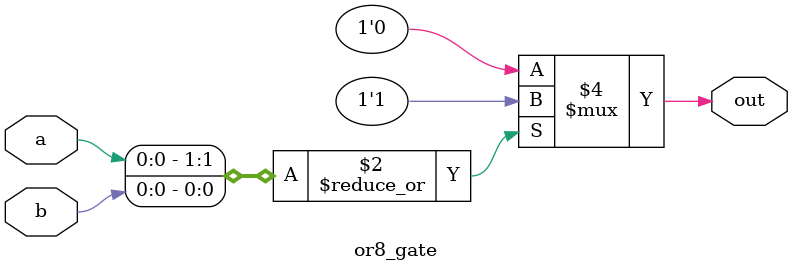
<source format=v>
module or8_gate (
  input a,
  input b,
  output reg out
);

    always @(*) begin
        if(|({a,b}))
            out = 1;
        else
            out = 0;
    end

endmodule

</source>
